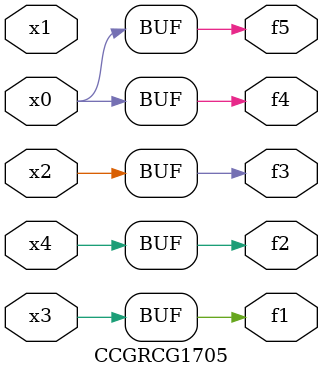
<source format=v>
module CCGRCG1705(
	input x0, x1, x2, x3, x4,
	output f1, f2, f3, f4, f5
);
	assign f1 = x3;
	assign f2 = x4;
	assign f3 = x2;
	assign f4 = x0;
	assign f5 = x0;
endmodule

</source>
